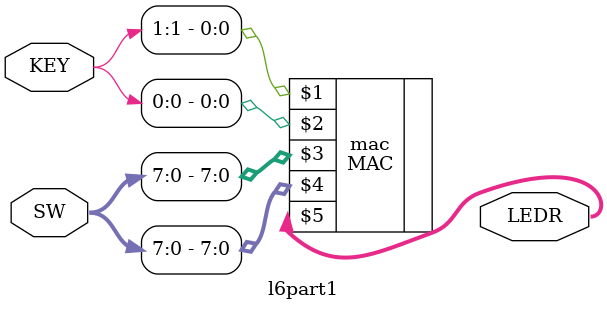
<source format=v>


module l6part1(

	//////////// SEG7 //////////

	//////////// KEY //////////
	input 		     [1:0]		KEY,

	//////////// LED //////////
	output		     [9:0]		LEDR,

	//////////// SW //////////
	input 		     [9:0]		SW
);



//=======================================================
//  REG/WIRE declarations
//=======================================================




//=======================================================
//  Structural coding
//=======================================================

MAC mac (KEY[1], KEY[0], SW[7:0], SW[7:0], LEDR[9:0]);



endmodule

</source>
